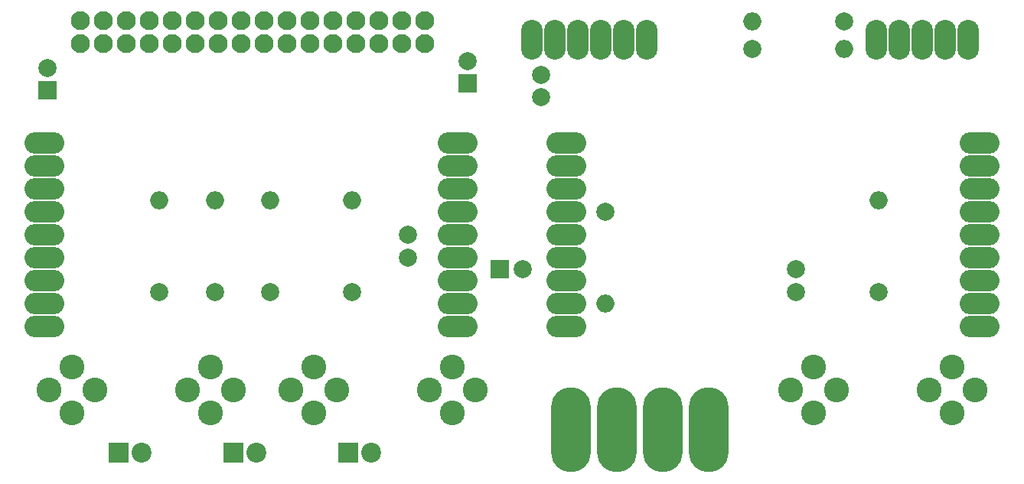
<source format=gbr>
G04 #@! TF.FileFunction,Soldermask,Top*
%FSLAX46Y46*%
G04 Gerber Fmt 4.6, Leading zero omitted, Abs format (unit mm)*
G04 Created by KiCad (PCBNEW 4.0.6) date 12/04/17 20:43:53*
%MOMM*%
%LPD*%
G01*
G04 APERTURE LIST*
%ADD10C,0.050000*%
%ADD11O,4.400000X2.400000*%
%ADD12R,2.000000X2.000000*%
%ADD13C,2.000000*%
%ADD14R,2.200000X2.200000*%
%ADD15C,2.200000*%
%ADD16C,2.750000*%
%ADD17O,4.400000X9.400000*%
%ADD18C,2.100000*%
%ADD19O,2.000000X2.000000*%
%ADD20O,2.400000X4.400000*%
G04 APERTURE END LIST*
D10*
D11*
X73025000Y-54610000D03*
X73025000Y-59690000D03*
X73025000Y-69850000D03*
X118745000Y-52070000D03*
X118745000Y-62230000D03*
X118745000Y-72390000D03*
X73025000Y-52070000D03*
X73025000Y-57150000D03*
X73025000Y-64770000D03*
X73025000Y-67310000D03*
X73025000Y-72390000D03*
X118745000Y-54610000D03*
X118745000Y-57150000D03*
X118745000Y-59690000D03*
X118745000Y-64770000D03*
X118745000Y-67310000D03*
X118745000Y-69850000D03*
X73025000Y-62230000D03*
D12*
X119888000Y-45466000D03*
D13*
X119888000Y-42966000D03*
D12*
X73406000Y-46228000D03*
D13*
X73406000Y-43728000D03*
D12*
X123444000Y-66040000D03*
D13*
X125944000Y-66040000D03*
X128016000Y-46990000D03*
X128016000Y-44490000D03*
X156210000Y-66040000D03*
X156210000Y-68540000D03*
X113284000Y-62230000D03*
X113284000Y-64730000D03*
D14*
X106680000Y-86360000D03*
D15*
X109220000Y-86360000D03*
D14*
X81280000Y-86360000D03*
D15*
X83820000Y-86360000D03*
D14*
X93980000Y-86360000D03*
D15*
X96520000Y-86360000D03*
D16*
X115650000Y-79375000D03*
X120730000Y-79375000D03*
X105410000Y-79375000D03*
X100330000Y-79375000D03*
X118190000Y-76835000D03*
X118190000Y-81915000D03*
X102870000Y-76835000D03*
X102870000Y-81915000D03*
X78660000Y-79375000D03*
X73580000Y-79375000D03*
X88900000Y-79375000D03*
X93980000Y-79375000D03*
X76120000Y-81915000D03*
X76120000Y-76835000D03*
X91440000Y-81915000D03*
X91440000Y-76835000D03*
X170895000Y-79375000D03*
X175975000Y-79375000D03*
X160655000Y-79375000D03*
X155575000Y-79375000D03*
X173435000Y-76835000D03*
X173435000Y-81915000D03*
X158115000Y-76835000D03*
X158115000Y-81915000D03*
D17*
X131318000Y-83820000D03*
X136398000Y-83820000D03*
X141478000Y-83820000D03*
X146558000Y-83820000D03*
D18*
X77000000Y-38500000D03*
X77000000Y-41040000D03*
X79540000Y-38500000D03*
X79540000Y-41040000D03*
X82080000Y-38500000D03*
X82080000Y-41040000D03*
X84620000Y-38500000D03*
X84620000Y-41040000D03*
X87160000Y-38500000D03*
X87160000Y-41040000D03*
X89700000Y-38500000D03*
X89700000Y-41040000D03*
X92240000Y-38500000D03*
X92240000Y-41040000D03*
X94780000Y-38500000D03*
X94780000Y-41040000D03*
X97320000Y-38500000D03*
X97320000Y-41040000D03*
X99860000Y-38500000D03*
X99860000Y-41040000D03*
X102400000Y-38500000D03*
X102400000Y-41040000D03*
X104940000Y-38500000D03*
X104940000Y-41040000D03*
X107480000Y-38500000D03*
X107480000Y-41040000D03*
X110020000Y-38500000D03*
X110020000Y-41040000D03*
X112560000Y-38500000D03*
X112560000Y-41040000D03*
X115100000Y-38500000D03*
X115100000Y-41040000D03*
D13*
X135128000Y-59690000D03*
D19*
X135128000Y-69850000D03*
D13*
X165354000Y-68580000D03*
D19*
X165354000Y-58420000D03*
D13*
X151384000Y-41656000D03*
D19*
X161544000Y-41656000D03*
D13*
X107061000Y-68580000D03*
D19*
X107061000Y-58420000D03*
D13*
X161544000Y-38608000D03*
D19*
X151384000Y-38608000D03*
D13*
X98044000Y-68580000D03*
D19*
X98044000Y-58420000D03*
D13*
X85725000Y-68580000D03*
D19*
X85725000Y-58420000D03*
D13*
X91948000Y-68580000D03*
D19*
X91948000Y-58420000D03*
D11*
X130810000Y-54610000D03*
X130810000Y-59690000D03*
X130810000Y-69850000D03*
X176530000Y-52070000D03*
X176530000Y-62230000D03*
X176530000Y-72390000D03*
X130810000Y-52070000D03*
X130810000Y-57150000D03*
X130810000Y-64770000D03*
X130810000Y-67310000D03*
X130810000Y-72390000D03*
X176530000Y-54610000D03*
X176530000Y-57150000D03*
X176530000Y-59690000D03*
X176530000Y-64770000D03*
X176530000Y-67310000D03*
X176530000Y-69850000D03*
X130810000Y-62230000D03*
D20*
X175260000Y-40640000D03*
X172720000Y-40640000D03*
X170180000Y-40640000D03*
X167640000Y-40640000D03*
X165100000Y-40640000D03*
X139700000Y-40640000D03*
X137160000Y-40640000D03*
X134620000Y-40640000D03*
X132080000Y-40640000D03*
X129540000Y-40640000D03*
X127000000Y-40640000D03*
M02*

</source>
